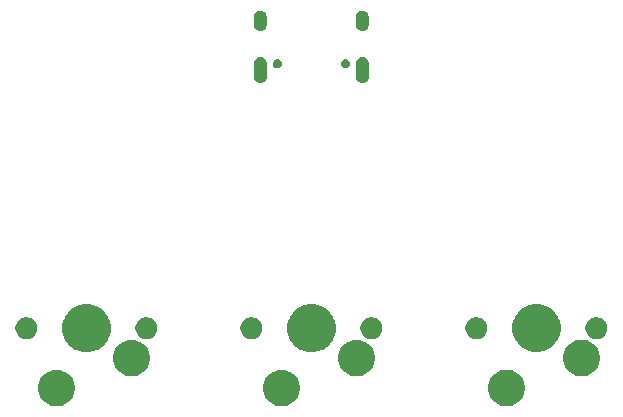
<source format=gbr>
G04 #@! TF.GenerationSoftware,KiCad,Pcbnew,(5.1.4)-1*
G04 #@! TF.CreationDate,2022-02-01T02:11:59+08:00*
G04 #@! TF.ProjectId,filled,66696c6c-6564-42e6-9b69-6361645f7063,rev?*
G04 #@! TF.SameCoordinates,Original*
G04 #@! TF.FileFunction,Soldermask,Top*
G04 #@! TF.FilePolarity,Negative*
%FSLAX46Y46*%
G04 Gerber Fmt 4.6, Leading zero omitted, Abs format (unit mm)*
G04 Created by KiCad (PCBNEW (5.1.4)-1) date 2022-02-01 02:11:59*
%MOMM*%
%LPD*%
G04 APERTURE LIST*
%ADD10C,0.100000*%
G04 APERTURE END LIST*
D10*
G36*
X90883585Y-91188802D02*
G01*
X91033410Y-91218604D01*
X91315674Y-91335521D01*
X91569705Y-91505259D01*
X91785741Y-91721295D01*
X91955479Y-91975326D01*
X92072396Y-92257590D01*
X92132000Y-92557240D01*
X92132000Y-92862760D01*
X92072396Y-93162410D01*
X91955479Y-93444674D01*
X91785741Y-93698705D01*
X91569705Y-93914741D01*
X91315674Y-94084479D01*
X91033410Y-94201396D01*
X90883585Y-94231198D01*
X90733761Y-94261000D01*
X90428239Y-94261000D01*
X90278415Y-94231198D01*
X90128590Y-94201396D01*
X89846326Y-94084479D01*
X89592295Y-93914741D01*
X89376259Y-93698705D01*
X89206521Y-93444674D01*
X89089604Y-93162410D01*
X89030000Y-92862760D01*
X89030000Y-92557240D01*
X89089604Y-92257590D01*
X89206521Y-91975326D01*
X89376259Y-91721295D01*
X89592295Y-91505259D01*
X89846326Y-91335521D01*
X90128590Y-91218604D01*
X90278415Y-91188802D01*
X90428239Y-91159000D01*
X90733761Y-91159000D01*
X90883585Y-91188802D01*
X90883585Y-91188802D01*
G37*
G36*
X71832585Y-91188802D02*
G01*
X71982410Y-91218604D01*
X72264674Y-91335521D01*
X72518705Y-91505259D01*
X72734741Y-91721295D01*
X72904479Y-91975326D01*
X73021396Y-92257590D01*
X73081000Y-92557240D01*
X73081000Y-92862760D01*
X73021396Y-93162410D01*
X72904479Y-93444674D01*
X72734741Y-93698705D01*
X72518705Y-93914741D01*
X72264674Y-94084479D01*
X71982410Y-94201396D01*
X71832585Y-94231198D01*
X71682761Y-94261000D01*
X71377239Y-94261000D01*
X71227415Y-94231198D01*
X71077590Y-94201396D01*
X70795326Y-94084479D01*
X70541295Y-93914741D01*
X70325259Y-93698705D01*
X70155521Y-93444674D01*
X70038604Y-93162410D01*
X69979000Y-92862760D01*
X69979000Y-92557240D01*
X70038604Y-92257590D01*
X70155521Y-91975326D01*
X70325259Y-91721295D01*
X70541295Y-91505259D01*
X70795326Y-91335521D01*
X71077590Y-91218604D01*
X71227415Y-91188802D01*
X71377239Y-91159000D01*
X71682761Y-91159000D01*
X71832585Y-91188802D01*
X71832585Y-91188802D01*
G37*
G36*
X109932585Y-91178802D02*
G01*
X110082410Y-91208604D01*
X110364674Y-91325521D01*
X110618705Y-91495259D01*
X110834741Y-91711295D01*
X111004479Y-91965326D01*
X111121396Y-92247590D01*
X111181000Y-92547240D01*
X111181000Y-92852760D01*
X111121396Y-93152410D01*
X111004479Y-93434674D01*
X110834741Y-93688705D01*
X110618705Y-93904741D01*
X110364674Y-94074479D01*
X110082410Y-94191396D01*
X109932585Y-94221198D01*
X109782761Y-94251000D01*
X109477239Y-94251000D01*
X109327415Y-94221198D01*
X109177590Y-94191396D01*
X108895326Y-94074479D01*
X108641295Y-93904741D01*
X108425259Y-93688705D01*
X108255521Y-93434674D01*
X108138604Y-93152410D01*
X108079000Y-92852760D01*
X108079000Y-92547240D01*
X108138604Y-92247590D01*
X108255521Y-91965326D01*
X108425259Y-91711295D01*
X108641295Y-91495259D01*
X108895326Y-91325521D01*
X109177590Y-91208604D01*
X109327415Y-91178802D01*
X109477239Y-91149000D01*
X109782761Y-91149000D01*
X109932585Y-91178802D01*
X109932585Y-91178802D01*
G37*
G36*
X97233585Y-88648802D02*
G01*
X97383410Y-88678604D01*
X97665674Y-88795521D01*
X97919705Y-88965259D01*
X98135741Y-89181295D01*
X98305479Y-89435326D01*
X98422396Y-89717590D01*
X98482000Y-90017240D01*
X98482000Y-90322760D01*
X98422396Y-90622410D01*
X98305479Y-90904674D01*
X98135741Y-91158705D01*
X97919705Y-91374741D01*
X97665674Y-91544479D01*
X97383410Y-91661396D01*
X97233585Y-91691198D01*
X97083761Y-91721000D01*
X96778239Y-91721000D01*
X96628415Y-91691198D01*
X96478590Y-91661396D01*
X96196326Y-91544479D01*
X95942295Y-91374741D01*
X95726259Y-91158705D01*
X95556521Y-90904674D01*
X95439604Y-90622410D01*
X95380000Y-90322760D01*
X95380000Y-90017240D01*
X95439604Y-89717590D01*
X95556521Y-89435326D01*
X95726259Y-89181295D01*
X95942295Y-88965259D01*
X96196326Y-88795521D01*
X96478590Y-88678604D01*
X96628415Y-88648802D01*
X96778239Y-88619000D01*
X97083761Y-88619000D01*
X97233585Y-88648802D01*
X97233585Y-88648802D01*
G37*
G36*
X78182585Y-88648802D02*
G01*
X78332410Y-88678604D01*
X78614674Y-88795521D01*
X78868705Y-88965259D01*
X79084741Y-89181295D01*
X79254479Y-89435326D01*
X79371396Y-89717590D01*
X79431000Y-90017240D01*
X79431000Y-90322760D01*
X79371396Y-90622410D01*
X79254479Y-90904674D01*
X79084741Y-91158705D01*
X78868705Y-91374741D01*
X78614674Y-91544479D01*
X78332410Y-91661396D01*
X78182585Y-91691198D01*
X78032761Y-91721000D01*
X77727239Y-91721000D01*
X77577415Y-91691198D01*
X77427590Y-91661396D01*
X77145326Y-91544479D01*
X76891295Y-91374741D01*
X76675259Y-91158705D01*
X76505521Y-90904674D01*
X76388604Y-90622410D01*
X76329000Y-90322760D01*
X76329000Y-90017240D01*
X76388604Y-89717590D01*
X76505521Y-89435326D01*
X76675259Y-89181295D01*
X76891295Y-88965259D01*
X77145326Y-88795521D01*
X77427590Y-88678604D01*
X77577415Y-88648802D01*
X77727239Y-88619000D01*
X78032761Y-88619000D01*
X78182585Y-88648802D01*
X78182585Y-88648802D01*
G37*
G36*
X116282585Y-88638802D02*
G01*
X116432410Y-88668604D01*
X116714674Y-88785521D01*
X116968705Y-88955259D01*
X117184741Y-89171295D01*
X117354479Y-89425326D01*
X117471396Y-89707590D01*
X117531000Y-90007240D01*
X117531000Y-90312760D01*
X117471396Y-90612410D01*
X117354479Y-90894674D01*
X117184741Y-91148705D01*
X116968705Y-91364741D01*
X116714674Y-91534479D01*
X116432410Y-91651396D01*
X116282585Y-91681198D01*
X116132761Y-91711000D01*
X115827239Y-91711000D01*
X115677415Y-91681198D01*
X115527590Y-91651396D01*
X115245326Y-91534479D01*
X114991295Y-91364741D01*
X114775259Y-91148705D01*
X114605521Y-90894674D01*
X114488604Y-90612410D01*
X114429000Y-90312760D01*
X114429000Y-90007240D01*
X114488604Y-89707590D01*
X114605521Y-89425326D01*
X114775259Y-89171295D01*
X114991295Y-88955259D01*
X115245326Y-88785521D01*
X115527590Y-88668604D01*
X115677415Y-88638802D01*
X115827239Y-88609000D01*
X116132761Y-88609000D01*
X116282585Y-88638802D01*
X116282585Y-88638802D01*
G37*
G36*
X74666474Y-85663684D02*
G01*
X74884474Y-85753983D01*
X75038623Y-85817833D01*
X75373548Y-86041623D01*
X75658377Y-86326452D01*
X75882167Y-86661377D01*
X75914562Y-86739586D01*
X76036316Y-87033526D01*
X76114900Y-87428594D01*
X76114900Y-87831406D01*
X76036316Y-88226474D01*
X75985451Y-88349272D01*
X75882167Y-88598623D01*
X75658377Y-88933548D01*
X75373548Y-89218377D01*
X75038623Y-89442167D01*
X74884474Y-89506017D01*
X74666474Y-89596316D01*
X74271406Y-89674900D01*
X73868594Y-89674900D01*
X73473526Y-89596316D01*
X73255526Y-89506017D01*
X73101377Y-89442167D01*
X72766452Y-89218377D01*
X72481623Y-88933548D01*
X72257833Y-88598623D01*
X72154549Y-88349272D01*
X72103684Y-88226474D01*
X72025100Y-87831406D01*
X72025100Y-87428594D01*
X72103684Y-87033526D01*
X72225438Y-86739586D01*
X72257833Y-86661377D01*
X72481623Y-86326452D01*
X72766452Y-86041623D01*
X73101377Y-85817833D01*
X73255526Y-85753983D01*
X73473526Y-85663684D01*
X73868594Y-85585100D01*
X74271406Y-85585100D01*
X74666474Y-85663684D01*
X74666474Y-85663684D01*
G37*
G36*
X93717474Y-85663684D02*
G01*
X93935474Y-85753983D01*
X94089623Y-85817833D01*
X94424548Y-86041623D01*
X94709377Y-86326452D01*
X94933167Y-86661377D01*
X94965562Y-86739586D01*
X95087316Y-87033526D01*
X95165900Y-87428594D01*
X95165900Y-87831406D01*
X95087316Y-88226474D01*
X95036451Y-88349272D01*
X94933167Y-88598623D01*
X94709377Y-88933548D01*
X94424548Y-89218377D01*
X94089623Y-89442167D01*
X93935474Y-89506017D01*
X93717474Y-89596316D01*
X93322406Y-89674900D01*
X92919594Y-89674900D01*
X92524526Y-89596316D01*
X92306526Y-89506017D01*
X92152377Y-89442167D01*
X91817452Y-89218377D01*
X91532623Y-88933548D01*
X91308833Y-88598623D01*
X91205549Y-88349272D01*
X91154684Y-88226474D01*
X91076100Y-87831406D01*
X91076100Y-87428594D01*
X91154684Y-87033526D01*
X91276438Y-86739586D01*
X91308833Y-86661377D01*
X91532623Y-86326452D01*
X91817452Y-86041623D01*
X92152377Y-85817833D01*
X92306526Y-85753983D01*
X92524526Y-85663684D01*
X92919594Y-85585100D01*
X93322406Y-85585100D01*
X93717474Y-85663684D01*
X93717474Y-85663684D01*
G37*
G36*
X112766474Y-85653684D02*
G01*
X112984474Y-85743983D01*
X113138623Y-85807833D01*
X113473548Y-86031623D01*
X113758377Y-86316452D01*
X113982167Y-86651377D01*
X114014562Y-86729586D01*
X114136316Y-87023526D01*
X114214900Y-87418594D01*
X114214900Y-87821406D01*
X114136316Y-88216474D01*
X114081309Y-88349272D01*
X113982167Y-88588623D01*
X113758377Y-88923548D01*
X113473548Y-89208377D01*
X113138623Y-89432167D01*
X112984474Y-89496017D01*
X112766474Y-89586316D01*
X112371406Y-89664900D01*
X111968594Y-89664900D01*
X111573526Y-89586316D01*
X111355526Y-89496017D01*
X111201377Y-89432167D01*
X110866452Y-89208377D01*
X110581623Y-88923548D01*
X110357833Y-88588623D01*
X110258691Y-88349272D01*
X110203684Y-88216474D01*
X110125100Y-87821406D01*
X110125100Y-87418594D01*
X110203684Y-87023526D01*
X110325438Y-86729586D01*
X110357833Y-86651377D01*
X110581623Y-86316452D01*
X110866452Y-86031623D01*
X111201377Y-85807833D01*
X111355526Y-85743983D01*
X111573526Y-85653684D01*
X111968594Y-85575100D01*
X112371406Y-85575100D01*
X112766474Y-85653684D01*
X112766474Y-85653684D01*
G37*
G36*
X69260104Y-86739585D02*
G01*
X69428626Y-86809389D01*
X69580291Y-86910728D01*
X69709272Y-87039709D01*
X69810611Y-87191374D01*
X69880415Y-87359896D01*
X69916000Y-87538797D01*
X69916000Y-87721203D01*
X69880415Y-87900104D01*
X69810611Y-88068626D01*
X69709272Y-88220291D01*
X69580291Y-88349272D01*
X69428626Y-88450611D01*
X69260104Y-88520415D01*
X69081203Y-88556000D01*
X68898797Y-88556000D01*
X68719896Y-88520415D01*
X68551374Y-88450611D01*
X68399709Y-88349272D01*
X68270728Y-88220291D01*
X68169389Y-88068626D01*
X68099585Y-87900104D01*
X68064000Y-87721203D01*
X68064000Y-87538797D01*
X68099585Y-87359896D01*
X68169389Y-87191374D01*
X68270728Y-87039709D01*
X68399709Y-86910728D01*
X68551374Y-86809389D01*
X68719896Y-86739585D01*
X68898797Y-86704000D01*
X69081203Y-86704000D01*
X69260104Y-86739585D01*
X69260104Y-86739585D01*
G37*
G36*
X88311104Y-86739585D02*
G01*
X88479626Y-86809389D01*
X88631291Y-86910728D01*
X88760272Y-87039709D01*
X88861611Y-87191374D01*
X88931415Y-87359896D01*
X88967000Y-87538797D01*
X88967000Y-87721203D01*
X88931415Y-87900104D01*
X88861611Y-88068626D01*
X88760272Y-88220291D01*
X88631291Y-88349272D01*
X88479626Y-88450611D01*
X88311104Y-88520415D01*
X88132203Y-88556000D01*
X87949797Y-88556000D01*
X87770896Y-88520415D01*
X87602374Y-88450611D01*
X87450709Y-88349272D01*
X87321728Y-88220291D01*
X87220389Y-88068626D01*
X87150585Y-87900104D01*
X87115000Y-87721203D01*
X87115000Y-87538797D01*
X87150585Y-87359896D01*
X87220389Y-87191374D01*
X87321728Y-87039709D01*
X87450709Y-86910728D01*
X87602374Y-86809389D01*
X87770896Y-86739585D01*
X87949797Y-86704000D01*
X88132203Y-86704000D01*
X88311104Y-86739585D01*
X88311104Y-86739585D01*
G37*
G36*
X98471104Y-86739585D02*
G01*
X98639626Y-86809389D01*
X98791291Y-86910728D01*
X98920272Y-87039709D01*
X99021611Y-87191374D01*
X99091415Y-87359896D01*
X99127000Y-87538797D01*
X99127000Y-87721203D01*
X99091415Y-87900104D01*
X99021611Y-88068626D01*
X98920272Y-88220291D01*
X98791291Y-88349272D01*
X98639626Y-88450611D01*
X98471104Y-88520415D01*
X98292203Y-88556000D01*
X98109797Y-88556000D01*
X97930896Y-88520415D01*
X97762374Y-88450611D01*
X97610709Y-88349272D01*
X97481728Y-88220291D01*
X97380389Y-88068626D01*
X97310585Y-87900104D01*
X97275000Y-87721203D01*
X97275000Y-87538797D01*
X97310585Y-87359896D01*
X97380389Y-87191374D01*
X97481728Y-87039709D01*
X97610709Y-86910728D01*
X97762374Y-86809389D01*
X97930896Y-86739585D01*
X98109797Y-86704000D01*
X98292203Y-86704000D01*
X98471104Y-86739585D01*
X98471104Y-86739585D01*
G37*
G36*
X79420104Y-86739585D02*
G01*
X79588626Y-86809389D01*
X79740291Y-86910728D01*
X79869272Y-87039709D01*
X79970611Y-87191374D01*
X80040415Y-87359896D01*
X80076000Y-87538797D01*
X80076000Y-87721203D01*
X80040415Y-87900104D01*
X79970611Y-88068626D01*
X79869272Y-88220291D01*
X79740291Y-88349272D01*
X79588626Y-88450611D01*
X79420104Y-88520415D01*
X79241203Y-88556000D01*
X79058797Y-88556000D01*
X78879896Y-88520415D01*
X78711374Y-88450611D01*
X78559709Y-88349272D01*
X78430728Y-88220291D01*
X78329389Y-88068626D01*
X78259585Y-87900104D01*
X78224000Y-87721203D01*
X78224000Y-87538797D01*
X78259585Y-87359896D01*
X78329389Y-87191374D01*
X78430728Y-87039709D01*
X78559709Y-86910728D01*
X78711374Y-86809389D01*
X78879896Y-86739585D01*
X79058797Y-86704000D01*
X79241203Y-86704000D01*
X79420104Y-86739585D01*
X79420104Y-86739585D01*
G37*
G36*
X117520104Y-86729585D02*
G01*
X117688626Y-86799389D01*
X117840291Y-86900728D01*
X117969272Y-87029709D01*
X118070611Y-87181374D01*
X118140415Y-87349896D01*
X118176000Y-87528797D01*
X118176000Y-87711203D01*
X118140415Y-87890104D01*
X118070611Y-88058626D01*
X117969272Y-88210291D01*
X117840291Y-88339272D01*
X117688626Y-88440611D01*
X117520104Y-88510415D01*
X117341203Y-88546000D01*
X117158797Y-88546000D01*
X116979896Y-88510415D01*
X116811374Y-88440611D01*
X116659709Y-88339272D01*
X116530728Y-88210291D01*
X116429389Y-88058626D01*
X116359585Y-87890104D01*
X116324000Y-87711203D01*
X116324000Y-87528797D01*
X116359585Y-87349896D01*
X116429389Y-87181374D01*
X116530728Y-87029709D01*
X116659709Y-86900728D01*
X116811374Y-86799389D01*
X116979896Y-86729585D01*
X117158797Y-86694000D01*
X117341203Y-86694000D01*
X117520104Y-86729585D01*
X117520104Y-86729585D01*
G37*
G36*
X107360104Y-86729585D02*
G01*
X107528626Y-86799389D01*
X107680291Y-86900728D01*
X107809272Y-87029709D01*
X107910611Y-87181374D01*
X107980415Y-87349896D01*
X108016000Y-87528797D01*
X108016000Y-87711203D01*
X107980415Y-87890104D01*
X107910611Y-88058626D01*
X107809272Y-88210291D01*
X107680291Y-88339272D01*
X107528626Y-88440611D01*
X107360104Y-88510415D01*
X107181203Y-88546000D01*
X106998797Y-88546000D01*
X106819896Y-88510415D01*
X106651374Y-88440611D01*
X106499709Y-88339272D01*
X106370728Y-88210291D01*
X106269389Y-88058626D01*
X106199585Y-87890104D01*
X106164000Y-87711203D01*
X106164000Y-87528797D01*
X106199585Y-87349896D01*
X106269389Y-87181374D01*
X106370728Y-87029709D01*
X106499709Y-86900728D01*
X106651374Y-86799389D01*
X106819896Y-86729585D01*
X106998797Y-86694000D01*
X107181203Y-86694000D01*
X107360104Y-86729585D01*
X107360104Y-86729585D01*
G37*
G36*
X97549014Y-64675973D02*
G01*
X97652878Y-64707479D01*
X97696907Y-64731013D01*
X97748599Y-64758643D01*
X97748601Y-64758644D01*
X97748600Y-64758644D01*
X97832501Y-64827499D01*
X97901356Y-64911400D01*
X97952521Y-65007121D01*
X97984027Y-65110985D01*
X97992000Y-65191933D01*
X97992000Y-66346067D01*
X97984027Y-66427015D01*
X97952521Y-66530879D01*
X97952519Y-66530882D01*
X97901357Y-66626600D01*
X97832501Y-66710501D01*
X97748600Y-66779357D01*
X97680055Y-66815995D01*
X97652879Y-66830521D01*
X97549015Y-66862027D01*
X97441000Y-66872666D01*
X97332986Y-66862027D01*
X97229122Y-66830521D01*
X97201946Y-66815995D01*
X97133401Y-66779357D01*
X97049500Y-66710501D01*
X96980644Y-66626600D01*
X96929482Y-66530882D01*
X96929480Y-66530879D01*
X96897974Y-66427015D01*
X96890001Y-66346067D01*
X96890000Y-65191934D01*
X96897973Y-65110986D01*
X96929479Y-65007122D01*
X96980644Y-64911400D01*
X97049499Y-64827499D01*
X97133400Y-64758644D01*
X97133399Y-64758644D01*
X97133401Y-64758643D01*
X97185093Y-64731013D01*
X97229121Y-64707479D01*
X97332985Y-64675973D01*
X97441000Y-64665334D01*
X97549014Y-64675973D01*
X97549014Y-64675973D01*
G37*
G36*
X88909014Y-64675973D02*
G01*
X89012878Y-64707479D01*
X89056907Y-64731013D01*
X89108599Y-64758643D01*
X89108601Y-64758644D01*
X89108600Y-64758644D01*
X89192501Y-64827499D01*
X89261356Y-64911400D01*
X89312521Y-65007121D01*
X89344027Y-65110985D01*
X89352000Y-65191933D01*
X89352000Y-66346067D01*
X89344027Y-66427015D01*
X89312521Y-66530879D01*
X89312519Y-66530882D01*
X89261357Y-66626600D01*
X89192501Y-66710501D01*
X89108600Y-66779357D01*
X89040055Y-66815995D01*
X89012879Y-66830521D01*
X88909015Y-66862027D01*
X88801000Y-66872666D01*
X88692986Y-66862027D01*
X88589122Y-66830521D01*
X88561946Y-66815995D01*
X88493401Y-66779357D01*
X88409500Y-66710501D01*
X88340644Y-66626600D01*
X88289482Y-66530882D01*
X88289480Y-66530879D01*
X88257974Y-66427015D01*
X88250001Y-66346067D01*
X88250000Y-65191934D01*
X88257973Y-65110986D01*
X88289479Y-65007122D01*
X88340644Y-64911400D01*
X88409499Y-64827499D01*
X88493400Y-64758644D01*
X88493399Y-64758644D01*
X88493401Y-64758643D01*
X88545093Y-64731013D01*
X88589121Y-64707479D01*
X88692985Y-64675973D01*
X88801000Y-64665334D01*
X88909014Y-64675973D01*
X88909014Y-64675973D01*
G37*
G36*
X96120672Y-64877449D02*
G01*
X96120674Y-64877450D01*
X96120675Y-64877450D01*
X96189103Y-64905793D01*
X96250686Y-64946942D01*
X96303058Y-64999314D01*
X96344207Y-65060897D01*
X96372550Y-65129325D01*
X96372551Y-65129328D01*
X96387000Y-65201966D01*
X96387000Y-65276033D01*
X96372550Y-65348675D01*
X96344207Y-65417103D01*
X96303058Y-65478686D01*
X96250686Y-65531058D01*
X96189103Y-65572207D01*
X96120675Y-65600550D01*
X96120674Y-65600550D01*
X96120672Y-65600551D01*
X96048034Y-65615000D01*
X95973966Y-65615000D01*
X95901328Y-65600551D01*
X95901326Y-65600550D01*
X95901325Y-65600550D01*
X95832897Y-65572207D01*
X95771314Y-65531058D01*
X95718942Y-65478686D01*
X95677793Y-65417103D01*
X95649450Y-65348675D01*
X95635000Y-65276033D01*
X95635000Y-65201966D01*
X95649449Y-65129328D01*
X95649450Y-65129325D01*
X95677793Y-65060897D01*
X95718942Y-64999314D01*
X95771314Y-64946942D01*
X95832897Y-64905793D01*
X95901325Y-64877450D01*
X95901326Y-64877450D01*
X95901328Y-64877449D01*
X95973966Y-64863000D01*
X96048034Y-64863000D01*
X96120672Y-64877449D01*
X96120672Y-64877449D01*
G37*
G36*
X90340672Y-64877449D02*
G01*
X90340674Y-64877450D01*
X90340675Y-64877450D01*
X90409103Y-64905793D01*
X90470686Y-64946942D01*
X90523058Y-64999314D01*
X90564207Y-65060897D01*
X90592550Y-65129325D01*
X90592551Y-65129328D01*
X90607000Y-65201966D01*
X90607000Y-65276033D01*
X90592550Y-65348675D01*
X90564207Y-65417103D01*
X90523058Y-65478686D01*
X90470686Y-65531058D01*
X90409103Y-65572207D01*
X90340675Y-65600550D01*
X90340674Y-65600550D01*
X90340672Y-65600551D01*
X90268034Y-65615000D01*
X90193966Y-65615000D01*
X90121328Y-65600551D01*
X90121326Y-65600550D01*
X90121325Y-65600550D01*
X90052897Y-65572207D01*
X89991314Y-65531058D01*
X89938942Y-65478686D01*
X89897793Y-65417103D01*
X89869450Y-65348675D01*
X89855000Y-65276033D01*
X89855000Y-65201966D01*
X89869449Y-65129328D01*
X89869450Y-65129325D01*
X89897793Y-65060897D01*
X89938942Y-64999314D01*
X89991314Y-64946942D01*
X90052897Y-64905793D01*
X90121325Y-64877450D01*
X90121326Y-64877450D01*
X90121328Y-64877449D01*
X90193966Y-64863000D01*
X90268034Y-64863000D01*
X90340672Y-64877449D01*
X90340672Y-64877449D01*
G37*
G36*
X88909014Y-60745973D02*
G01*
X89012878Y-60777479D01*
X89056907Y-60801013D01*
X89108599Y-60828643D01*
X89108601Y-60828644D01*
X89108600Y-60828644D01*
X89192501Y-60897499D01*
X89261356Y-60981400D01*
X89312521Y-61077121D01*
X89344027Y-61180985D01*
X89352000Y-61261933D01*
X89352000Y-61916067D01*
X89344027Y-61997015D01*
X89312521Y-62100879D01*
X89312519Y-62100882D01*
X89261357Y-62196600D01*
X89192501Y-62280501D01*
X89108600Y-62349357D01*
X89040055Y-62385995D01*
X89012879Y-62400521D01*
X88909015Y-62432027D01*
X88801000Y-62442666D01*
X88692986Y-62432027D01*
X88589122Y-62400521D01*
X88561946Y-62385995D01*
X88493401Y-62349357D01*
X88409500Y-62280501D01*
X88340645Y-62196601D01*
X88289480Y-62100879D01*
X88257973Y-61997015D01*
X88250000Y-61916067D01*
X88250000Y-61261934D01*
X88257973Y-61180986D01*
X88289479Y-61077122D01*
X88340644Y-60981400D01*
X88409499Y-60897499D01*
X88493400Y-60828644D01*
X88493399Y-60828644D01*
X88493401Y-60828643D01*
X88545093Y-60801013D01*
X88589121Y-60777479D01*
X88692985Y-60745973D01*
X88801000Y-60735334D01*
X88909014Y-60745973D01*
X88909014Y-60745973D01*
G37*
G36*
X97549014Y-60745973D02*
G01*
X97652878Y-60777479D01*
X97696907Y-60801013D01*
X97748599Y-60828643D01*
X97748601Y-60828644D01*
X97748600Y-60828644D01*
X97832501Y-60897499D01*
X97901356Y-60981400D01*
X97952521Y-61077121D01*
X97984027Y-61180985D01*
X97992000Y-61261933D01*
X97992000Y-61916067D01*
X97984027Y-61997015D01*
X97952521Y-62100879D01*
X97952519Y-62100882D01*
X97901357Y-62196600D01*
X97832501Y-62280501D01*
X97748600Y-62349357D01*
X97680055Y-62385995D01*
X97652879Y-62400521D01*
X97549015Y-62432027D01*
X97441000Y-62442666D01*
X97332986Y-62432027D01*
X97229122Y-62400521D01*
X97201946Y-62385995D01*
X97133401Y-62349357D01*
X97049500Y-62280501D01*
X96980645Y-62196601D01*
X96929480Y-62100879D01*
X96897973Y-61997015D01*
X96890000Y-61916067D01*
X96890000Y-61261934D01*
X96897973Y-61180986D01*
X96929479Y-61077122D01*
X96980644Y-60981400D01*
X97049499Y-60897499D01*
X97133400Y-60828644D01*
X97133399Y-60828644D01*
X97133401Y-60828643D01*
X97185093Y-60801013D01*
X97229121Y-60777479D01*
X97332985Y-60745973D01*
X97441000Y-60735334D01*
X97549014Y-60745973D01*
X97549014Y-60745973D01*
G37*
M02*

</source>
